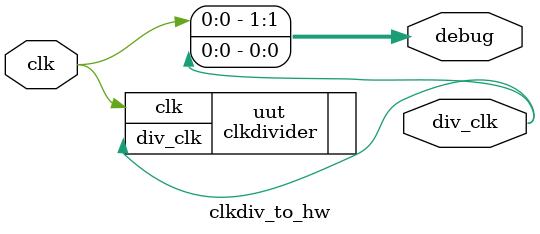
<source format=v>
`timescale 1ns / 1ps


module clkdiv_to_hw(
    input wire clk,
    output wire div_clk,
    output wire [1:0] debug
    );
    
    assign debug = {clk, div_clk};
    
    clkdivider uut(.clk(clk), .div_clk(div_clk));
    
    
endmodule

</source>
